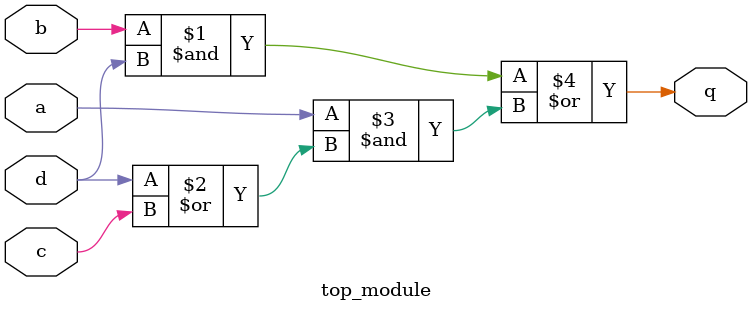
<source format=sv>
module top_module (
    input a, 
    input b, 
    input c, 
    input d,
    output q
);

    assign q = (b & d) | (a & (d | c));

endmodule

</source>
